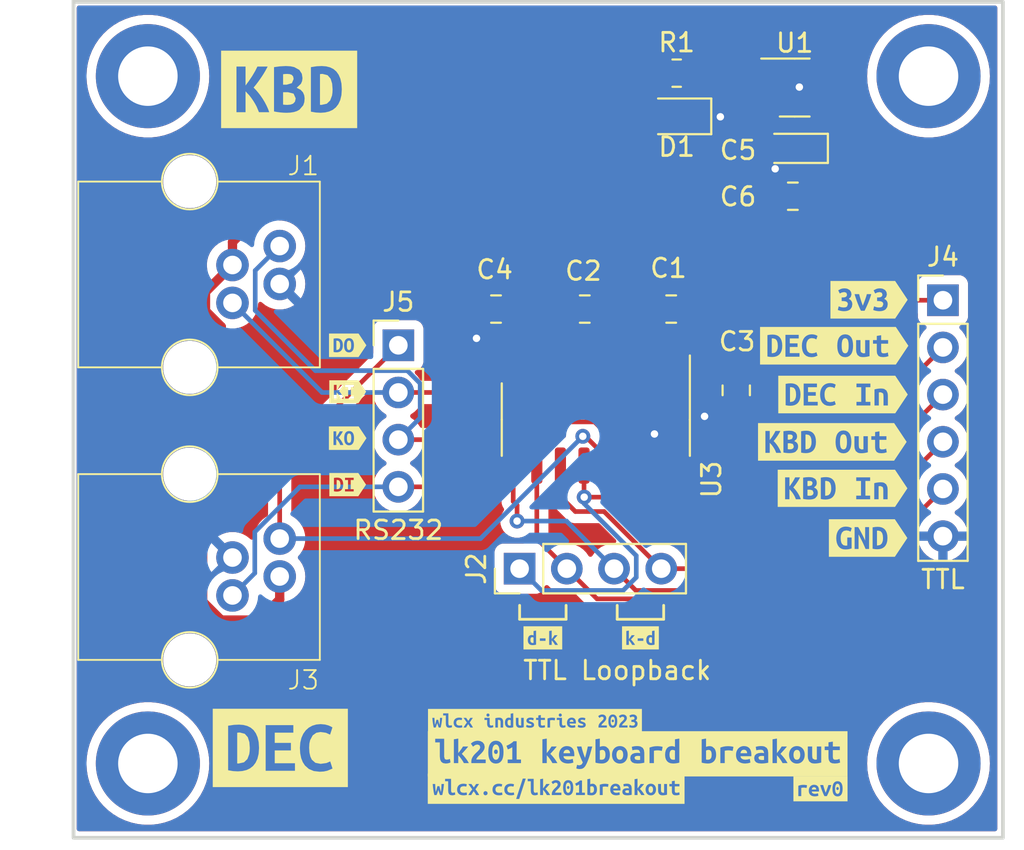
<source format=kicad_pcb>
(kicad_pcb (version 20221018) (generator pcbnew)

  (general
    (thickness 1.6)
  )

  (paper "A4")
  (title_block
    (comment 4 "AISLER Project ID: FMZDOTOZ")
  )

  (layers
    (0 "F.Cu" signal)
    (31 "B.Cu" signal)
    (32 "B.Adhes" user "B.Adhesive")
    (33 "F.Adhes" user "F.Adhesive")
    (34 "B.Paste" user)
    (35 "F.Paste" user)
    (36 "B.SilkS" user "B.Silkscreen")
    (37 "F.SilkS" user "F.Silkscreen")
    (38 "B.Mask" user)
    (39 "F.Mask" user)
    (40 "Dwgs.User" user "User.Drawings")
    (41 "Cmts.User" user "User.Comments")
    (42 "Eco1.User" user "User.Eco1")
    (43 "Eco2.User" user "User.Eco2")
    (44 "Edge.Cuts" user)
    (45 "Margin" user)
    (46 "B.CrtYd" user "B.Courtyard")
    (47 "F.CrtYd" user "F.Courtyard")
    (48 "B.Fab" user)
    (49 "F.Fab" user)
    (50 "User.1" user)
    (51 "User.2" user)
    (52 "User.3" user)
    (53 "User.4" user)
    (54 "User.5" user)
    (55 "User.6" user)
    (56 "User.7" user)
    (57 "User.8" user)
    (58 "User.9" user)
  )

  (setup
    (stackup
      (layer "F.SilkS" (type "Top Silk Screen"))
      (layer "F.Paste" (type "Top Solder Paste"))
      (layer "F.Mask" (type "Top Solder Mask") (thickness 0.01))
      (layer "F.Cu" (type "copper") (thickness 0.035))
      (layer "dielectric 1" (type "core") (thickness 1.51) (material "FR4") (epsilon_r 4.5) (loss_tangent 0.02))
      (layer "B.Cu" (type "copper") (thickness 0.035))
      (layer "B.Mask" (type "Bottom Solder Mask") (thickness 0.01))
      (layer "B.Paste" (type "Bottom Solder Paste"))
      (layer "B.SilkS" (type "Bottom Silk Screen"))
      (copper_finish "None")
      (dielectric_constraints no)
    )
    (pad_to_mask_clearance 0)
    (pcbplotparams
      (layerselection 0x00010fc_ffffffff)
      (plot_on_all_layers_selection 0x0000000_00000000)
      (disableapertmacros false)
      (usegerberextensions false)
      (usegerberattributes true)
      (usegerberadvancedattributes true)
      (creategerberjobfile true)
      (dashed_line_dash_ratio 12.000000)
      (dashed_line_gap_ratio 3.000000)
      (svgprecision 4)
      (plotframeref false)
      (viasonmask false)
      (mode 1)
      (useauxorigin false)
      (hpglpennumber 1)
      (hpglpenspeed 20)
      (hpglpendiameter 15.000000)
      (dxfpolygonmode true)
      (dxfimperialunits true)
      (dxfusepcbnewfont true)
      (psnegative false)
      (psa4output false)
      (plotreference true)
      (plotvalue true)
      (plotinvisibletext false)
      (sketchpadsonfab false)
      (subtractmaskfromsilk false)
      (outputformat 1)
      (mirror false)
      (drillshape 1)
      (scaleselection 1)
      (outputdirectory "")
    )
  )

  (net 0 "")
  (net 1 "+12V")
  (net 2 "GND")
  (net 3 "Net-(U3-C1-)")
  (net 4 "Net-(U3-C1+)")
  (net 5 "Net-(U3-C2-)")
  (net 6 "Net-(U3-C2+)")
  (net 7 "Net-(U3-VS+)")
  (net 8 "Net-(U3-VS-)")
  (net 9 "VCC")
  (net 10 "Net-(D1-A)")
  (net 11 "/KBD_OUT_232")
  (net 12 "/KBD_IN_232")
  (net 13 "/DEC_OUT_TTL")
  (net 14 "/KBD_IN_TTL")
  (net 15 "/KBD_OUT_TTL")
  (net 16 "/DEC_IN_TTL")
  (net 17 "/DEC_OUT_232")
  (net 18 "/DEC_IN_232")
  (net 19 "unconnected-(U1-BP-Pad4)")

  (footprint "Capacitor_SMD:C_0805_2012Metric_Pad1.18x1.45mm_HandSolder" (layer "F.Cu") (at 122.155 77.3 180))

  (footprint "LED_SMD:LED_0805_2012Metric_Pad1.15x1.40mm_HandSolder" (layer "F.Cu") (at 122.45 66.925 180))

  (footprint "kibuzzard-64F9A69E" (layer "F.Cu") (at 132.75 89.625))

  (footprint "kibuzzard-6500E129" (layer "F.Cu") (at 104.75 81.75))

  (footprint "Package_SO:SOIC-16_3.9x9.9mm_P1.27mm" (layer "F.Cu") (at 118.1 83.25 -90))

  (footprint "MountingHole:MountingHole_3.2mm_M3_DIN965_Pad_TopBottom" (layer "F.Cu") (at 136 64.762))

  (footprint "Capacitor_SMD:C_0805_2012Metric_Pad1.18x1.45mm_HandSolder" (layer "F.Cu") (at 112.73 77.3 180))

  (footprint "kibuzzard-64FB4471" (layer "F.Cu") (at 132.8 76.8))

  (footprint "MountingHole:MountingHole_3.2mm_M3_DIN965_Pad_TopBottom" (layer "F.Cu") (at 94 101.762))

  (footprint "kibuzzard-64FB4E6F" (layer "F.Cu") (at 130.925 79.275))

  (footprint "kibuzzard-64EE20E6" (layer "F.Cu") (at 130.186365 103.126022))

  (footprint "kibuzzard-6500E107" (layer "F.Cu") (at 104.75 79.25))

  (footprint "kibuzzard-64EE19D2" (layer "F.Cu") (at 115.966474 103.123632))

  (footprint "Package_TO_SOT_SMD:SOT-23-5" (layer "F.Cu") (at 128.8 65.375))

  (footprint "MountingHole:MountingHole_3.2mm_M3_DIN965_Pad_TopBottom" (layer "F.Cu") (at 136 101.762))

  (footprint "kibuzzard-64EE19CE" (layer "F.Cu") (at 120.351417 101.241958))

  (footprint "kibuzzard-64FB4E76" (layer "F.Cu") (at 131.4 81.9))

  (footprint "kibuzzard-64FB4EA0" (layer "F.Cu") (at 130.825 84.45))

  (footprint "Capacitor_Tantalum_SMD:CP_EIA-2012-12_Kemet-R_Pad1.30x1.05mm_HandSolder" (layer "F.Cu") (at 128.7 68.65 180))

  (footprint "lk201_breakout:Wurth_WR-MJ_4p4c_rj10_615004143821" (layer "F.Cu") (at 101.092 91.186 -90))

  (footprint "kibuzzard-6500E131" (layer "F.Cu") (at 104.75 84.25))

  (footprint "kibuzzard-6500E056" (layer "F.Cu") (at 120.5 95))

  (footprint "kibuzzard-6500DFA7" (layer "F.Cu") (at 114.825 99.45))

  (footprint "kibuzzard-64FB4511" (layer "F.Cu") (at 101.6 65.475))

  (footprint "kibuzzard-64FB4E96" (layer "F.Cu") (at 131.375 86.95))

  (footprint "MountingHole:MountingHole_3.2mm_M3_DIN965_Pad_TopBottom" (layer "F.Cu") (at 94 64.762))

  (footprint "Capacitor_SMD:C_0805_2012Metric_Pad1.18x1.45mm_HandSolder" (layer "F.Cu") (at 128.7 71.225 180))

  (footprint "Resistor_SMD:R_0805_2012Metric_Pad1.20x1.40mm_HandSolder" (layer "F.Cu") (at 122.45 64.6))

  (footprint "kibuzzard-6500E142" (layer "F.Cu") (at 104.75 86.75))

  (footprint "Connector_PinHeader_2.54mm:PinHeader_1x04_P2.54mm_Vertical" (layer "F.Cu") (at 114 91.275 90))

  (footprint "Capacitor_SMD:C_0805_2012Metric_Pad1.18x1.45mm_HandSolder" (layer "F.Cu")
    (tstamp be872328-7307-4250-987e-ca7eb54e759a)
    (at 117.505 77.3 180)
    (descr "Capacitor SMD 0805 (2012 Metric), square (rectangular) end terminal, IPC_7351 nominal with elongated pad for handsoldering. (Body size source: IPC-SM-782 page 76, https://www.pcb-3d.com/wordpress/wp-content/uploads/ipc-sm-782a_amendment_1_and_2.pdf, https://docs.google.com/spreadsheets/d/1BsfQQcO9C6DZCsRaXUlFlo91Tg2WpOkGARC1WS5S8t0/edit?usp=sharing), generated with kicad-footprint-generator")
    (tags "capacitor handsolder")
    (property "Sheetfile" "lk201_breakout.kicad_sch")
    (property "Sheetname" "")
    (property "ki_description" "Unpolarized capacitor")
    (property "ki_keywords" "cap capacitor")
    (path "/5e31abbd-7ade-492d-8447-a1e636f776aa")
    (attr smd)
    (fp_text reference "C2" (at 0.075 2.05 180) (layer "F.SilkS")
        (effects (font (size 1 1) (thickness 0.15)))
      (tstamp a17b1f43-d747-4320-a57c-9cad35373021)
    )
    (fp_text value "0.1uF" (at 0 1.68) (layer "F.Fab")
        (effects (font (size 1 1) (thickness 0.15)))
      (tstamp a524703e-6189-4a29-b2a8-49879d492171)
    )
    (fp_text user "${REFERENCE}" (at 0 0) (layer "F.Fab")
        (effects (font (size 0.5 0.5) (thickness 0.08)))
      (tstamp c0d59eb2-bb98-4616-9445-f9ea6e929391)
    )
    (fp_line (start -0.261252 -0.735) (end 0.261252 -0.735)
      (stroke (width 0.12) (type solid)) (layer "F.SilkS") (tstamp 006a713c-d255-4968-9c57-468ce6f973ca))
    (fp_line (start -0.261252 0.735) (end 0.261252 0.735)
      (stroke (width 0.12) (type solid)) (layer "F.SilkS") (tstamp cfbed733-279c-4948-8737-1fbbdde5f4c4))
    (fp_line (start -1.88 -0.98) (end 1.88 -0.98)
      (stroke (width 0.05) (type solid)) (layer "F.CrtYd") (tstamp b7178d20-3c9e-452e-9529-161df5edce09))
    (fp_line (start -1.88 0.98) (end -1.88 -0.98)
      (stroke (width 0.05) (type solid)) (layer "F.CrtYd") (tstamp 220d2eed-5c01-4736-b4ad-b26c4546ea15))
    (fp_line (start 1.88 -0.98) (end 1.88 0.98)
      (stroke (width 0.05) (type solid)) (layer "F.CrtYd") (tstamp 56c71062-fdf3-4008-886f-e36abe8587d2))
    (fp_line (start 1.88 0.98) (end -1.88 0.98)
      (stroke (width 0.05) (type solid)) (layer "F.CrtYd") (tstamp e4fb17d2-0d9c-4c12-aded-a19ce96938ad))
    (fp_line (start -1 -0.625) (end 1 -0.625)
      (strok
... [249850 chars truncated]
</source>
